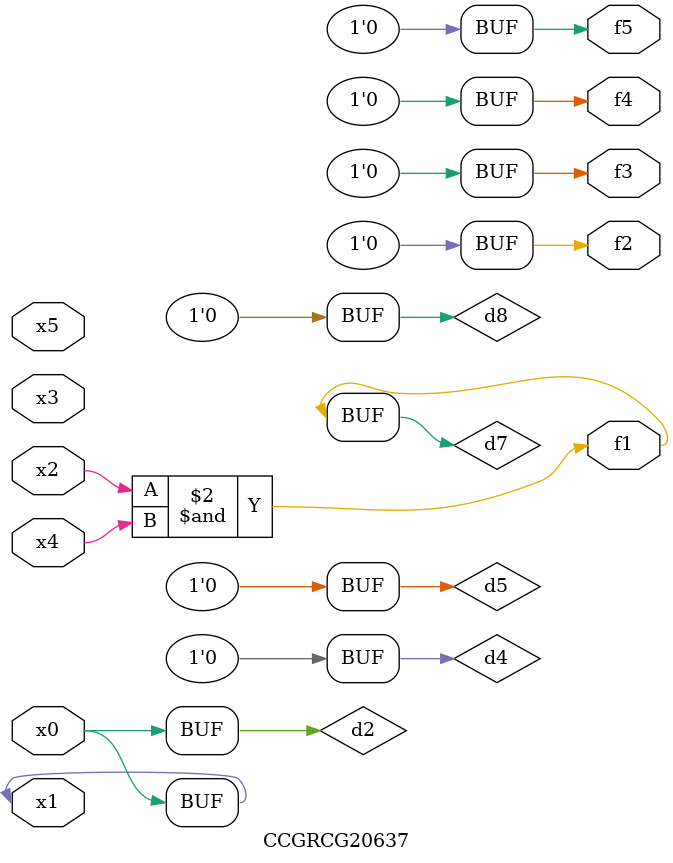
<source format=v>
module CCGRCG20637(
	input x0, x1, x2, x3, x4, x5,
	output f1, f2, f3, f4, f5
);

	wire d1, d2, d3, d4, d5, d6, d7, d8, d9;

	nand (d1, x1);
	buf (d2, x0, x1);
	nand (d3, x2, x4);
	and (d4, d1, d2);
	and (d5, d1, d2);
	nand (d6, d1, d3);
	not (d7, d3);
	xor (d8, d5);
	nor (d9, d5, d6);
	assign f1 = d7;
	assign f2 = d8;
	assign f3 = d8;
	assign f4 = d8;
	assign f5 = d8;
endmodule

</source>
